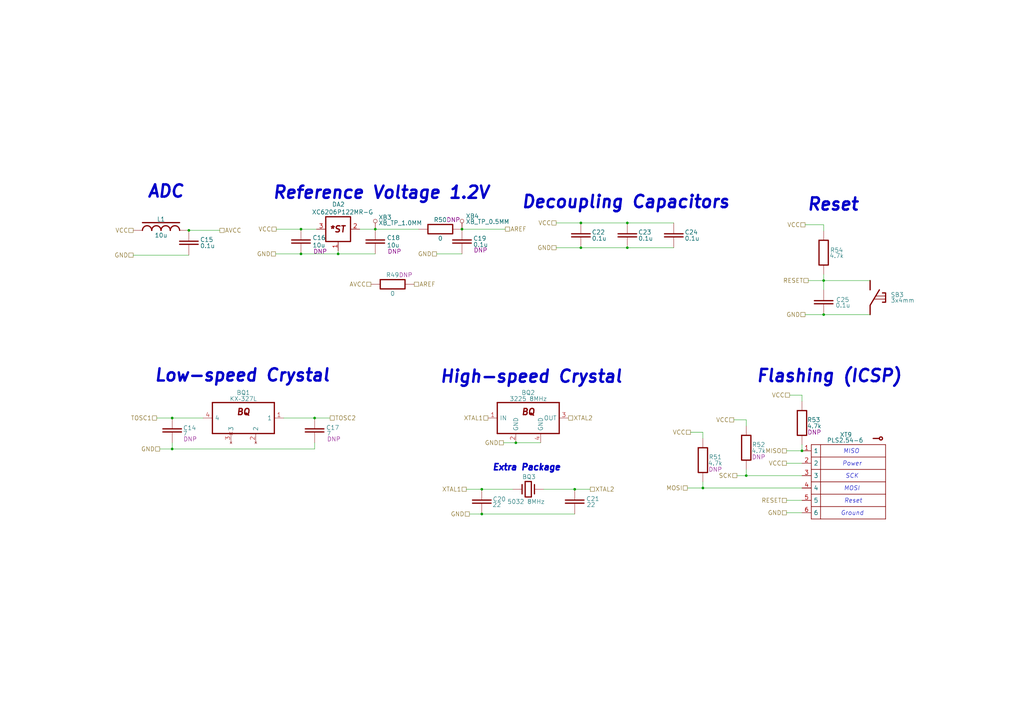
<source format=kicad_sch>
(kicad_sch (version 20211123) (generator eeschema)
  (paper "A3")
  (lib_symbols
    (symbol "Capacitors:C_CAP" (pin_names (offset 0))
      (property "Reference" "C" (at 0 6.35 0))
      (property "Value" "C_CAP" (at 0 -6.35 0))
      (symbol "C_CAP_0_1"
        (polyline (pts (xy -5.08 0) (xy -0.635 0)))
        (polyline (pts (xy -0.635 3.81) (xy -0.635 -3.81)) (stroke (width 0.508)))
        (polyline (pts (xy 0.635 0) (xy 5.08 0)))
        (polyline (pts (xy 0.635 3.81) (xy 0.635 -3.81)) (stroke (width 0.508)))
      )
      (symbol "C_CAP_1_1"
        (pin passive line (at -5.08 0 0) (length 2.54) hide (name "~") (number "1"))
        (pin passive line (at 5.08 0 180) (length 2.54) hide (name "~") (number "2"))
      )
    )
    (symbol "Chips:Crystal_4PIN" (pin_names (offset 1.016))
      (property "Reference" "BQ" (at 0 14.478 0))
      (property "Value" "Crystal_4PIN" (at 0 11.938 0))
      (symbol "Crystal_4PIN_0_1"
        (polyline (pts (xy -12.7 -2.54) (xy 12.7 -2.54)) (stroke (width 0.508)))
        (polyline (pts (xy -12.7 10.16) (xy -12.7 -2.54)) (stroke (width 0.508)))
        (polyline (pts (xy 12.7 -2.54) (xy 12.7 10.16)) (stroke (width 0.508)))
        (polyline (pts (xy 12.7 10.16) (xy -12.7 10.16)) (stroke (width 0.508)))
      )
      (symbol "Crystal_4PIN_1_1"
        (text "BQ" (at 0 6.35 0) (effects (font (size 2.54 2.54) bold italic)))
        (pin input line (at -16.51 3.81 0) (length 3.81) (name "IN") (number "1"))
        (pin power_in line (at -5.08 -6.35 90) (length 3.81) (name "GND") (number "2"))
        (pin output line (at 16.51 3.81 180) (length 3.81) (name "OUT") (number "3"))
        (pin power_in line (at 5.08 -6.35 90) (length 3.81) (name "GND") (number "4"))
      )
    )
    (symbol "Chips:KX–327L" (pin_names (offset 1.016))
      (property "Reference" "BQ" (at 0 13.97 0))
      (property "Value" "KX–327L" (at 0 11.684 0))
      (symbol "KX–327L_0_1"
        (polyline (pts (xy -12.7 -2.54) (xy 12.7 -2.54)) (stroke (width 0.508)))
        (polyline (pts (xy -12.7 10.16) (xy -12.7 -2.54)) (stroke (width 0.508)))
        (polyline (pts (xy 12.7 -2.54) (xy 12.7 10.16)) (stroke (width 0.508)))
        (polyline (pts (xy 12.7 10.16) (xy -12.7 10.16)) (stroke (width 0.508)))
      )
      (symbol "KX–327L_1_1"
        (text "BQ" (at 0 6.35 0) (effects (font (size 2.54 2.54) bold italic)))
        (pin bidirectional line (at -16.51 3.81 0) (length 3.81) (name "1") (number "1"))
        (pin no_connect line (at -5.08 -6.35 90) (length 3.81) (name "2") (number "2"))
        (pin no_connect non_logic (at 5.08 -6.35 90) (length 3.81) (name "3") (number "3"))
        (pin bidirectional line (at 16.51 3.81 180) (length 3.81) (name "4") (number "4"))
      )
    )
    (symbol "Chips:XC6206P332MR" (pin_names (offset 1.016) hide)
      (property "Reference" "DA" (at -0.254 9.398 0))
      (property "Value" "XC6206P332MR" (at 0 6.858 0))
      (symbol "XC6206P332MR_1_1"
        (rectangle (start -5.08 5.08) (end 5.08 -5.08) (stroke (width 0.508)))
        (polyline (pts (xy -8.89 0) (xy -5.08 0)))
        (polyline (pts (xy 0 -5.08) (xy 0 -8.89)))
        (polyline (pts (xy 5.08 0) (xy 8.89 0)))
        (text "*ST" (at -0.254 0 0) (effects (font (size 2.54 2.54) bold italic)))
        (pin power_in line (at 0 -8.89 90) (length 3.81) (name "GND") (number "1"))
        (pin power_out line (at 8.89 0 180) (length 3.81) (name "OUT") (number "2"))
        (pin power_in line (at -8.89 0 0) (length 3.81) (name "IN") (number "3"))
      )
    )
    (symbol "Connectors:XB_TP_0.5MM" (pin_numbers hide) (pin_names hide) (in_bom no)
      (property "Reference" "XB" (at 2.794 4.572 0))
      (property "Value" "XB_TP_0.5MM" (at 9.906 2.286 0))
      (symbol "XB_TP_0.5MM_0_1"
        (circle (center 0 3.302) (radius 0.762))
      )
      (symbol "XB_TP_0.5MM_1_1"
        (pin passive line (at 0 0 90) (length 2.54) (name "1") (number "1"))
      )
    )
    (symbol "Connectors:XB_TP_1.0MM" (pin_numbers hide) (pin_names hide) (in_bom no)
      (property "Reference" "XB" (at 2.794 4.572 0))
      (property "Value" "XB_TP_1.0MM" (at 9.906 2.286 0))
      (symbol "XB_TP_1.0MM_0_1"
        (circle (center 0 3.302) (radius 0.762))
      )
      (symbol "XB_TP_1.0MM_1_1"
        (pin passive line (at 0 0 90) (length 2.54) (name "1") (number "1"))
      )
    )
    (symbol "Connectors:XT_CONTACT_ARR6" (pin_names (offset 1.016))
      (property "Reference" "XT" (at -1.778 14.732 0))
      (property "Value" "XT_CONTACT_ARR6" (at -1.778 12.192 0))
      (symbol "XT_CONTACT_ARR6_0_1"
        (polyline (pts (xy -13.97 -10.16) (xy -13.97 -20.32)) (stroke (width 0.254)))
        (polyline (pts (xy -10.16 -10.16) (xy -10.16 -20.32)) (stroke (width 0.254)))
        (polyline (pts (xy 16.51 -20.32) (xy 16.51 -10.16)) (stroke (width 0.254)))
        (pin passive line (at -17.78 2.54 0) (length 3.81) (name "2") (number "2"))
      )
      (symbol "XT_CONTACT_ARR6_1_1"
        (polyline (pts (xy -17.78 -17.78) (xy -13.97 -17.78)))
        (polyline (pts (xy -17.78 -12.7) (xy -13.97 -12.7)))
        (polyline (pts (xy -17.78 -7.62) (xy -13.97 -7.62)))
        (polyline (pts (xy -17.78 -2.54) (xy -13.97 -2.54)))
        (polyline (pts (xy -17.78 2.54) (xy -13.97 2.54)))
        (polyline (pts (xy -17.78 7.62) (xy -13.97 7.62)))
        (polyline (pts (xy -13.97 -20.32) (xy 16.51 -20.32)) (stroke (width 0.254)))
        (polyline (pts (xy -13.97 -15.24) (xy 16.51 -15.24)) (stroke (width 0.254)))
        (polyline (pts (xy -13.97 -10.16) (xy 16.51 -10.16)) (stroke (width 0.254)))
        (polyline (pts (xy -13.97 -5.08) (xy 16.51 -5.08)) (stroke (width 0.254)))
        (polyline (pts (xy -13.97 0) (xy 16.51 0)) (stroke (width 0.254)))
        (polyline (pts (xy -13.97 5.08) (xy 16.51 5.08)) (stroke (width 0.254)))
        (polyline (pts (xy -13.97 10.16) (xy -13.97 -10.16)) (stroke (width 0.254)))
        (polyline (pts (xy -13.97 10.16) (xy 16.51 10.16)) (stroke (width 0.254)))
        (polyline (pts (xy -10.16 10.16) (xy -10.16 -10.16)) (stroke (width 0.254)))
        (polyline (pts (xy 13.97 12.7) (xy 11.43 12.7)) (stroke (width 0.508)))
        (polyline (pts (xy 16.51 10.16) (xy 16.51 -10.16)) (stroke (width 0.254)))
        (circle (center 14.605 12.7) (radius 0.635) (stroke (width 0.508)))
        (pin passive line (at -17.78 7.62 0) (length 3.81) (name "1") (number "1"))
        (pin passive line (at -17.78 -2.54 0) (length 3.81) (name "3") (number "3"))
        (pin passive line (at -17.78 -7.62 0) (length 3.81) (name "4") (number "4"))
        (pin passive line (at -17.78 -12.7 0) (length 3.81) (name "5") (number "5"))
        (pin passive line (at -17.78 -17.78 0) (length 3.81) (name "6") (number "6"))
      )
    )
    (symbol "Inductors:L_FERR" (pin_names (offset 0))
      (property "Reference" "L" (at 0 6.35 0))
      (property "Value" "L_FERR" (at 0 -3.81 0))
      (symbol "L_FERR_0_1"
        (arc (start -3.81 0) (mid -5.715 1.905) (end -7.62 0) (stroke (width 0.508)))
        (arc (start 0 0) (mid -1.905 1.905) (end -3.81 0) (stroke (width 0.508)))
        (polyline (pts (xy -11.43 0) (xy -7.62 0)))
        (polyline (pts (xy -7.62 3.175) (xy 7.62 3.175)) (stroke (width 0.508)))
        (polyline (pts (xy 7.62 0) (xy 11.43 0)))
        (arc (start 3.81 0) (mid 1.905 1.905) (end 0 0) (stroke (width 0.508)))
        (arc (start 7.62 0) (mid 5.715 1.905) (end 3.81 0) (stroke (width 0.508)))
      )
      (symbol "L_FERR_1_1"
        (pin passive line (at -11.43 0 0) (length 2.54) hide (name "~") (number "1"))
        (pin passive line (at 11.43 0 180) (length 2.54) hide (name "~") (number "2"))
      )
    )
    (symbol "Misc:BQ_QUARTZ" (pin_names (offset 0))
      (property "Reference" "BQ" (at 0 5.08 0))
      (property "Value" "BQ_QUARTZ" (at 0 -5.08 0))
      (symbol "BQ_QUARTZ_0_1"
        (rectangle (start -1.27 3.175) (end 1.27 -3.175) (stroke (width 0.508)))
        (polyline (pts (xy -6.35 0) (xy -2.54 0)))
        (polyline (pts (xy -2.54 1.905) (xy -2.54 -1.905)) (stroke (width 0.508)))
        (polyline (pts (xy 2.54 0) (xy 6.35 0)))
        (polyline (pts (xy 2.54 1.905) (xy 2.54 -1.905)) (stroke (width 0.508)))
      )
      (symbol "BQ_QUARTZ_1_1"
        (pin passive line (at -6.35 0 0) (length 2.54) hide (name "~") (number "1"))
        (pin passive line (at 6.35 0 180) (length 2.54) hide (name "~") (number "2"))
      )
    )
    (symbol "Power:POWER" (power) (pin_numbers hide) (pin_names (offset 1.905))
      (symbol "POWER_1_1"
        (pin power_out clock (at 0 0 90) (length 3.81) hide (name "POWER") (number "1"))
      )
    )
    (symbol "Resistors:R_RES" (pin_names (offset 0))
      (property "Reference" "R" (at 0 3.81 0))
      (property "Value" "R_RES" (at 0 -3.81 0))
      (property "Case/Package" "0000" (at 0 -6.35 0))
      (property "Power" "mW" (at 0 -7.874 0))
      (property "Tolerance" "±%" (at 0 -9.652 0))
      (symbol "R_RES_0_1"
        (rectangle (start -5.08 1.905) (end 5.08 -1.905) (stroke (width 0.508)))
        (polyline (pts (xy -8.89 0) (xy -5.08 0)))
        (polyline (pts (xy 5.08 0) (xy 8.89 0)))
      )
      (symbol "R_RES_1_1"
        (pin passive line (at -8.89 0 0) (length 2.54) hide (name "~") (number "1"))
        (pin passive line (at 8.89 0 180) (length 2.54) hide (name "~") (number "2"))
      )
    )
    (symbol "Switches:SB_ON" (pin_names (offset 0))
      (property "Reference" "SB" (at -2.54 2.54 0))
      (property "Value" "SB_ON" (at 0 -2.54 0))
      (symbol "SB_ON_0_1"
        (polyline (pts (xy -1.27 1.524) (xy -1.27 6.35)) (stroke (width 0.254)))
        (polyline (pts (xy 0 6.35) (xy 0 2.286)) (stroke (width 0.254)))
        (polyline (pts (xy 6.35 0) (xy 2.54 0)) (stroke (width 0.508)))
        (polyline (pts (xy -7.62 0) (xy -3.81 0) (xy 2.54 3.81)) (stroke (width 0.508)))
        (polyline (pts (xy -2.54 5.08) (xy -2.54 6.35) (xy 1.27 6.35) (xy 1.27 5.08)) (stroke (width 0.508)))
      )
      (symbol "SB_ON_1_1"
        (pin passive line (at -7.62 0 0) (length 2.54) hide (name "~") (number "1"))
        (pin passive line (at 6.35 0 180) (length 2.54) hide (name "~") (number "2"))
      )
    )
  )
  (junction (at 70.612 184.15))
  (junction (at 189.484 93.98))
  (junction (at 257.302 91.44))
  (junction (at 288.29 200.152))
  (junction (at 129.032 171.45))
  (junction (at 235.712 200.66))
  (junction (at 211.582 181.61))
  (junction (at 257.302 101.6))
  (junction (at 197.612 210.82))
  (junction (at 123.444 93.98))
  (junction (at 306.07 195.072))
  (junction (at 123.444 104.14))
  (junction (at 77.47 94.488))
  (junction (at 153.924 93.98))
  (junction (at 328.93 184.912))
  (junction (at 238.252 91.44))
  (junction (at 337.82 129.032))
  (junction (at 337.82 115.062))
  (junction (at 197.612 200.66))
  (junction (at 138.684 104.14))
  (junction (at 70.612 171.45))
  (junction (at 238.252 101.6))
  (wire (pts (xy 337.82 94.742) (xy 337.82 92.202)))
  (wire (pts (xy 281.94 200.152) (xy 288.29 200.152)))
  (wire (pts (xy 113.284 93.98) (xy 123.444 93.98)))
  (wire (pts (xy 322.58 184.912) (xy 328.93 184.912)))
  (wire (pts (xy 257.302 91.44) (xy 276.352 91.44)))
  (wire (pts (xy 228.092 101.6) (xy 238.252 101.6)))
  (wire (pts (xy 306.07 172.212) (xy 300.99 172.212)))
  (wire (pts (xy 330.2 129.032) (xy 337.82 129.032)))
  (wire (pts (xy 328.93 164.592) (xy 328.93 162.052)))
  (wire (pts (xy 322.58 205.232) (xy 328.93 205.232)))
  (wire (pts (xy 211.582 181.61) (xy 221.742 181.61)))
  (wire (pts (xy 328.93 162.052) (xy 323.85 162.052)))
  (wire (pts (xy 302.26 195.072) (xy 306.07 195.072)))
  (wire (pts (xy 70.612 171.45) (xy 83.312 171.45)))
  (wire (pts (xy 171.704 93.98) (xy 153.924 93.98)))
  (wire (pts (xy 238.252 91.44) (xy 257.302 91.44)))
  (wire (pts (xy 238.252 101.6) (xy 257.302 101.6)))
  (wire (pts (xy 179.07 104.14) (xy 189.484 104.14)))
  (wire (pts (xy 54.61 104.648) (xy 77.47 104.648)))
  (wire (pts (xy 129.032 184.15) (xy 129.032 181.61)))
  (wire (pts (xy 322.58 210.312) (xy 328.93 210.312)))
  (wire (pts (xy 228.092 91.44) (xy 238.252 91.44)))
  (wire (pts (xy 129.794 93.98) (xy 123.444 93.98)))
  (wire (pts (xy 322.58 189.992) (xy 328.93 189.992)))
  (wire (pts (xy 197.612 200.66) (xy 210.312 200.66)))
  (wire (pts (xy 206.502 181.61) (xy 211.582 181.61)))
  (wire (pts (xy 191.262 200.66) (xy 197.612 200.66)))
  (wire (pts (xy 70.612 184.15) (xy 70.612 181.61)))
  (wire (pts (xy 331.47 115.062) (xy 337.82 115.062)))
  (wire (pts (xy 337.82 92.202) (xy 330.2 92.202)))
  (wire (pts (xy 113.03 104.14) (xy 123.444 104.14)))
  (wire (pts (xy 306.07 195.072) (xy 328.93 195.072)))
  (wire (pts (xy 135.382 171.45) (xy 129.032 171.45)))
  (wire (pts (xy 242.062 200.66) (xy 235.712 200.66)))
  (wire (pts (xy 147.574 93.98) (xy 153.924 93.98)))
  (wire (pts (xy 306.07 174.752) (xy 306.07 172.212)))
  (wire (pts (xy 116.332 171.45) (xy 129.032 171.45)))
  (wire (pts (xy 356.87 115.062) (xy 337.82 115.062)))
  (wire (pts (xy 77.47 94.488) (xy 90.17 94.488)))
  (wire (pts (xy 192.532 210.82) (xy 197.612 210.82)))
  (wire (pts (xy 189.484 93.98) (xy 207.264 93.98)))
  (wire (pts (xy 337.82 115.062) (xy 337.82 118.872)))
  (wire (pts (xy 65.532 184.15) (xy 70.612 184.15)))
  (wire (pts (xy 288.29 177.292) (xy 283.21 177.292)))
  (wire (pts (xy 328.93 182.372) (xy 328.93 184.912)))
  (wire (pts (xy 306.07 192.532) (xy 306.07 195.072)))
  (wire (pts (xy 337.82 112.522) (xy 337.82 115.062)))
  (wire (pts (xy 223.012 200.66) (xy 235.712 200.66)))
  (wire (pts (xy 64.262 171.45) (xy 70.612 171.45)))
  (wire (pts (xy 337.82 129.032) (xy 356.87 129.032)))
  (wire (pts (xy 288.29 179.832) (xy 288.29 177.292)))
  (wire (pts (xy 138.684 104.14) (xy 153.924 104.14)))
  (wire (pts (xy 70.612 184.15) (xy 129.032 184.15)))
  (wire (pts (xy 288.29 200.152) (xy 328.93 200.152)))
  (wire (pts (xy 123.444 104.14) (xy 138.684 104.14)))
  (wire (pts (xy 288.29 197.612) (xy 288.29 200.152)))
  (wire (pts (xy 138.684 102.87) (xy 138.684 104.14)))
  (wire (pts (xy 257.302 101.6) (xy 276.352 101.6)))
  (wire (pts (xy 197.612 210.82) (xy 235.712 210.82)))
  (text "Flashing (ICSP)" (at 309.88 157.226 0) (effects (font (size 5.0038 5.0038) (thickness 1.0008) bold italic) (justify left bottom)))
  (text "Decoupling Capacitors" (at 213.614 85.852 0) (effects (font (size 5 5) (thickness 1.0008) bold italic) (justify left bottom)))
  (text "Reset" (at 330.708 86.868 0) (effects (font (size 5 5) (thickness 1.0008) bold italic) (justify left bottom)))
  (text "Ground" (at 344.805 211.582 0) (effects (font (size 1.778 1.778) italic) (justify left bottom)))
  (text "MISO" (at 345.821 186.182 0) (effects (font (size 1.778 1.778) italic) (justify left bottom)))
  (text "Low-speed Crystal" (at 62.992 156.972 0) (effects (font (size 5 5) (thickness 1.0008) bold italic) (justify left bottom)))
  (text "Reset" (at 346.202 206.502 0) (effects (font (size 1.778 1.778) italic) (justify left bottom)))
  (text "MOSI" (at 346.075 201.422 0) (effects (font (size 1.778 1.778) italic) (justify left bottom)))
  (text "ADC" (at 60.198 81.534 0) (effects (font (size 5 5) (thickness 1.0008) bold italic) (justify left bottom)))
  (text "Reference Voltage 1.2V" (at 111.506 82.042 0) (effects (font (size 5 5) (thickness 1.0008) bold italic) (justify left bottom)))
  (text "Power" (at 345.44 191.262 0) (effects (font (size 1.778 1.778) italic) (justify left bottom)))
  (text "High-speed Crystal" (at 180.086 157.48 0) (effects (font (size 5 5) (thickness 1.0008) bold italic) (justify left bottom)))
  (text "SCK" (at 346.71 196.342 0) (effects (font (size 1.778 1.778) italic) (justify left bottom)))
  (text "Extra Package" (at 201.8029 193.2939 0) (effects (font (size 2.55 2.55) (thickness 1.0008) bold italic) (justify left bottom)))
  (hierarchical_label "XTAL2" (shape passive) (at 242.062 200.66 0) (effects (font (size 1.778 1.778))))
  (hierarchical_label "RESET" (shape passive) (at 331.47 115.062 180) (effects (font (size 1.778 1.778))))
  (hierarchical_label "GND" (shape passive) (at 192.532 210.82 180) (effects (font (size 1.778 1.778))))
  (hierarchical_label "VCC" (shape passive) (at 283.21 177.292 180) (effects (font (size 1.778 1.778))))
  (hierarchical_label "VCC" (shape passive) (at 54.61 94.488 180) (effects (font (size 1.778 1.778))))
  (hierarchical_label "TOSC1" (shape passive) (at 64.262 171.45 180) (effects (font (size 1.778 1.778))))
  (hierarchical_label "SCK" (shape passive) (at 302.26 195.072 180) (effects (font (size 1.778 1.778))))
  (hierarchical_label "GND" (shape passive) (at 54.61 104.648 180) (effects (font (size 1.778 1.778))))
  (hierarchical_label "VCC" (shape passive) (at 322.58 189.992 180) (effects (font (size 1.778 1.778))))
  (hierarchical_label "XTAL2" (shape passive) (at 233.172 171.45 0) (effects (font (size 1.778 1.778))))
  (hierarchical_label "MOSI" (shape passive) (at 281.94 200.152 180) (effects (font (size 1.778 1.778))))
  (hierarchical_label "RESET" (shape passive) (at 322.58 205.232 180) (effects (font (size 1.778 1.778))))
  (hierarchical_label "VCC" (shape passive) (at 323.85 162.052 180) (effects (font (size 1.778 1.778))))
  (hierarchical_label "AREF" (shape passive) (at 207.264 93.98 0) (effects (font (size 1.778 1.778))))
  (hierarchical_label "VCC" (shape passive) (at 300.99 172.212 180) (effects (font (size 1.778 1.778))))
  (hierarchical_label "GND" (shape passive) (at 179.07 104.14 180) (effects (font (size 1.778 1.778))))
  (hierarchical_label "GND" (shape passive) (at 228.092 101.6 180) (effects (font (size 1.778 1.778))))
  (hierarchical_label "GND" (shape passive) (at 206.502 181.61 180) (effects (font (size 1.778 1.778))))
  (hierarchical_label "GND" (shape passive) (at 330.2 129.032 180) (effects (font (size 1.778 1.778))))
  (hierarchical_label "GND" (shape passive) (at 113.03 104.14 180) (effects (font (size 1.778 1.778))))
  (hierarchical_label "AREF" (shape passive) (at 169.926 116.586 0) (effects (font (size 1.778 1.778))))
  (hierarchical_label "XTAL1" (shape passive) (at 191.262 200.66 180) (effects (font (size 1.778 1.778))))
  (hierarchical_label "MISO" (shape passive) (at 322.58 184.912 180) (effects (font (size 1.778 1.778))))
  (hierarchical_label "TOSC2" (shape passive) (at 135.382 171.45 0) (effects (font (size 1.778 1.778))))
  (hierarchical_label "AVCC" (shape passive) (at 90.17 94.488 0) (effects (font (size 1.778 1.778))))
  (hierarchical_label "VCC" (shape passive) (at 330.2 92.202 180) (effects (font (size 1.778 1.778))))
  (hierarchical_label "VCC" (shape passive) (at 228.092 91.44 180) (effects (font (size 1.778 1.778))))
  (hierarchical_label "VCC" (shape passive) (at 113.284 93.98 180) (effects (font (size 1.778 1.778))))
  (hierarchical_label "XTAL1" (shape passive) (at 200.152 171.45 180) (effects (font (size 1.778 1.778))))
  (hierarchical_label "GND" (shape passive) (at 322.58 210.312 180) (effects (font (size 1.778 1.778))))
  (hierarchical_label "AVCC" (shape passive) (at 152.146 116.586 180) (effects (font (size 1.778 1.778))))
  (hierarchical_label "GND" (shape passive) (at 65.532 184.15 180) (effects (font (size 1.778 1.778))))
  (symbol (lib_id "Capacitors:C_CAP") (at 238.252 96.52 270) (unit 1)
    (property "Reference" "C22" (at 242.697 95.25 90) (effects (font (size 1.778 1.778)) (justify left)))
    (property "Value" "0.1u" (at 242.697 97.79 90) (effects (font (size 1.778 1.778)) (justify left)))
    (property "Footprint" "Capacitor_SMD:C_0603_1608Metric" (effects hide))
  )
  (symbol (lib_id "Capacitors:C_CAP") (at 70.612 176.53 270) (unit 1)
    (property "Reference" "C14" (at 75.057 175.514 90) (effects (font (size 1.778 1.778)) (justify left)))
    (property "Value" "7" (at 74.93 177.8 90) (effects (font (size 1.778 1.778)) (justify left)))
    (property "Footprint" "Capacitor_SMD:C_0603_1608Metric" (effects hide))
    (property "Assembly" "DNP" (at 77.978 180.086 90) (effects (font (size 1.778 1.778))))
  )
  (symbol (lib_id "Resistors:R_RES") (at 337.82 103.632 270) (unit 1)
    (property "Reference" "R54" (at 343.154 102.616 90) (effects (font (size 1.778 1.778))))
    (property "Value" "4.7k" (at 343.154 104.902 90) (effects (font (size 1.778 1.778))))
    (property "Footprint" "Resistor_SMD:R_0603_1608Metric" (effects hide))
    (property "Case/Package" "0000" (effects hide))
    (property "Power" "mW" (effects hide))
    (property "Tolerance" "±%" (effects hide))
  )
  (symbol (lib_id "Capacitors:C_CAP") (at 276.352 96.52 270) (mirror x) (unit 1)
    (property "Reference" "C24" (at 280.797 95.25 90) (effects (font (size 1.778 1.778)) (justify left)))
    (property "Value" "0.1u" (at 280.797 97.79 90) (effects (font (size 1.778 1.778)) (justify left)))
    (property "Footprint" "Capacitor_SMD:C_0603_1608Metric" (effects hide))
  )
  (symbol (lib_id "Connectors:XB_TP_1.0MM") (at 153.924 93.98 0) (unit 1) (in_bom no)
    (property "Reference" "XB3" (at 155.194 89.154 0) (effects (font (size 1.778 1.778)) (justify left)))
    (property "Value" "XB_TP_1.0MM" (at 155.194 91.44 0) (effects (font (size 1.778 1.778)) (justify left)))
    (property "Footprint" "TestPoint:TestPoint_Pad_D1.0mm" (effects hide))
  )
  (symbol (lib_id "Switches:SB_ON") (at 356.87 121.412 270) (mirror x) (unit 1)
    (property "Reference" "SB3" (at 365.252 120.904 90) (effects (font (size 1.778 1.778)) (justify left)))
    (property "Value" "3x4mm" (at 365.252 123.19 90) (effects (font (size 1.778 1.778)) (justify left)))
    (property "Footprint" "Button_Switch_SMD:SW_SPST_B3U-1000P" (effects hide))
  )
  (symbol (lib_id "Capacitors:C_CAP") (at 235.712 205.74 270) (unit 1)
    (property "Reference" "C21" (at 240.411 204.597 90) (effects (font (size 1.778 1.778)) (justify left)))
    (property "Value" "22" (at 240.538 207.01 90) (effects (font (size 1.778 1.778)) (justify left)))
    (property "Footprint" "Capacitor_SMD:C_0603_1608Metric" (effects hide))
  )
  (symbol (lib_id "Misc:BQ_QUARTZ") (at 216.662 200.66 0) (unit 1)
    (property "Reference" "BQ3" (at 214.122 195.58 0) (effects (font (size 1.778 1.778)) (justify left)))
    (property "Value" "5032 8MHz" (at 208.026 205.74 0) (effects (font (size 1.778 1.778)) (justify left)))
    (property "Footprint" "Crystal:Crystal_SMD_5032-2Pin_5.0x3.2mm" (effects hide))
  )
  (symbol (lib_id "Resistors:R_RES") (at 306.07 183.642 270) (unit 1)
    (property "Reference" "R52" (at 311.15 182.372 90) (effects (font (size 1.778 1.778))))
    (property "Value" "4.7k" (at 311.15 184.912 90) (effects (font (size 1.778 1.778))))
    (property "Footprint" "Resistor_SMD:R_0603_1608Metric" (effects hide))
    (property "Assembly" "DNP" (at 311.15 187.452 90) (effects (font (size 1.778 1.778))))
    (property "Case/Package" "0000" (effects hide))
    (property "Power" "mW" (effects hide))
    (property "Tolerance" "±%" (effects hide))
  )
  (symbol (lib_id "Capacitors:C_CAP") (at 77.47 99.568 270) (mirror x) (unit 1)
    (property "Reference" "C15" (at 82.042 98.298 90) (effects (font (size 1.778 1.778)) (justify left)))
    (property "Value" "0.1u" (at 82.042 100.838 90) (effects (font (size 1.778 1.778)) (justify left)))
    (property "Footprint" "Capacitor_SMD:C_0603_1608Metric" (effects hide))
  )
  (symbol (lib_id "Resistors:R_RES") (at 328.93 173.482 270) (unit 1)
    (property "Reference" "R53" (at 333.756 172.212 90) (effects (font (size 1.778 1.778))))
    (property "Value" "4.7k" (at 334.01 174.752 90) (effects (font (size 1.778 1.778))))
    (property "Footprint" "Resistor_SMD:R_0603_1608Metric" (effects hide))
    (property "Assembly" "DNP" (at 334.01 177.292 90) (effects (font (size 1.778 1.778))))
    (property "Case/Package" "0000" (effects hide))
    (property "Power" "mW" (effects hide))
    (property "Tolerance" "±%" (effects hide))
  )
  (symbol (lib_id "Chips:XC6206P332MR") (at 138.684 93.98 0) (unit 1)
    (property "Reference" "DA2" (at 136.144 83.82 0) (effects (font (size 1.778 1.778)) (justify left)))
    (property "Value" "XC6206P122MR-G" (at 127.889 86.995 0) (effects (font (size 1.778 1.778)) (justify left)))
    (property "Footprint" "Package_TO_SOT_SMD:SOT-23" (effects hide))
  )
  (symbol (lib_id "Resistors:R_RES") (at 288.29 188.722 270) (unit 1)
    (property "Reference" "R51" (at 293.37 187.452 90) (effects (font (size 1.778 1.778))))
    (property "Value" "4.7k" (at 293.37 189.992 90) (effects (font (size 1.778 1.778))))
    (property "Footprint" "Resistor_SMD:R_0603_1608Metric" (effects hide))
    (property "Assembly" "DNP" (at 293.37 192.532 90) (effects (font (size 1.778 1.778))))
    (property "Case/Package" "0000" (effects hide))
    (property "Power" "mW" (effects hide))
    (property "Tolerance" "±%" (effects hide))
  )
  (symbol (lib_id "Capacitors:C_CAP") (at 123.444 99.06 270) (unit 1)
    (property "Reference" "C16" (at 128.143 97.5106 90) (effects (font (size 1.778 1.778)) (justify left)))
    (property "Value" "10u" (at 128.143 100.584 90) (effects (font (size 1.778 1.778)) (justify left)))
    (property "Footprint" "Capacitor_SMD:C_0603_1608Metric" (effects hide))
    (property "Assembly" "DNP" (at 131.318 103.124 90) (effects (font (size 1.778 1.778))))
  )
  (symbol (lib_id "Capacitors:C_CAP") (at 153.924 99.06 270) (unit 1)
    (property "Reference" "C18" (at 158.623 97.5106 90) (effects (font (size 1.778 1.778)) (justify left)))
    (property "Value" "10u" (at 158.623 100.584 90) (effects (font (size 1.778 1.778)) (justify left)))
    (property "Footprint" "Capacitor_SMD:C_0603_1608Metric" (effects hide))
    (property "Assembly" "DNP" (at 161.798 103.124 90) (effects (font (size 1.778 1.778))))
  )
  (symbol (lib_id "Power:POWER") (at 77.47 94.488 0) (unit 1)
    (property "Reference" "#PWR032" (effects hide))
    (property "Value" "POWER" (effects hide))
  )
  (symbol (lib_id "Inductors:L_FERR") (at 66.04 94.488 0) (unit 1)
    (property "Reference" "L1" (at 66.04 89.916 0) (effects (font (size 1.778 1.778))))
    (property "Value" "10u" (at 66.04 96.52 0) (effects (font (size 1.778 1.778))))
    (property "Footprint" "Inductor_SMD:L_0805_2012Metric" (effects hide))
  )
  (symbol (lib_id "Capacitors:C_CAP") (at 257.302 96.52 270) (unit 1)
    (property "Reference" "C23" (at 261.747 95.25 90) (effects (font (size 1.778 1.778)) (justify left)))
    (property "Value" "0.1u" (at 261.747 97.79 90) (effects (font (size 1.778 1.778)) (justify left)))
    (property "Footprint" "Capacitor_SMD:C_0603_1608Metric" (effects hide))
  )
  (symbol (lib_id "Resistors:R_RES") (at 161.036 116.586 0) (unit 1)
    (property "Reference" "R49" (at 161.036 112.776 0) (effects (font (size 1.778 1.778))))
    (property "Value" "0" (at 161.036 120.396 0) (effects (font (size 1.778 1.778))))
    (property "Footprint" "Resistor_SMD:R_0603_1608Metric" (effects hide))
    (property "Assembly" "DNP" (at 166.37 112.776 0) (effects (font (size 1.778 1.778))))
    (property "Case/Package" "0000" (effects hide))
    (property "Power" "mW" (effects hide))
    (property "Tolerance" "±%" (effects hide))
  )
  (symbol (lib_id "Connectors:XT_CONTACT_ARR6") (at 346.71 192.532 0) (unit 1)
    (property "Reference" "XT9" (at 344.424 178.308 0) (effects (font (size 1.778 1.778)) (justify left)))
    (property "Value" "PLS2.54-6" (at 339.09 180.594 0) (effects (font (size 1.778 1.778)) (justify left)))
    (property "Footprint" "Connector_PinHeader_2.54mm:PinHeader_1x06_P2.54mm_Horizontal" (effects hide))
  )
  (symbol (lib_id "Connectors:XB_TP_0.5MM") (at 189.484 93.98 0) (unit 1) (in_bom no)
    (property "Reference" "XB4" (at 191.008 88.646 0) (effects (font (size 1.778 1.778)) (justify left)))
    (property "Value" "XB_TP_0.5MM" (at 191.008 90.932 0) (effects (font (size 1.778 1.778)) (justify left)))
    (property "Footprint" "TestPoint:TestPoint_Pad_D0.5mm" (effects hide))
  )
  (symbol (lib_id "Capacitors:C_CAP") (at 337.82 123.952 270) (unit 1)
    (property "Reference" "C25" (at 342.9 122.936 90) (effects (font (size 1.778 1.778)) (justify left)))
    (property "Value" "0.1u" (at 342.646 125.222 90) (effects (font (size 1.778 1.778)) (justify left)))
    (property "Footprint" "Capacitor_SMD:C_0603_1608Metric" (effects hide))
  )
  (symbol (lib_id "Chips:Crystal_4PIN") (at 216.662 175.26 0) (unit 1)
    (property "Reference" "BQ2" (at 216.662 161.036 0) (effects (font (size 1.778 1.778))))
    (property "Value" "3225 8MHz" (at 216.662 163.576 0) (effects (font (size 1.778 1.778))))
    (property "Footprint" "Crystal:Crystal_SMD_3225-4Pin_3.2x2.5mm" (effects hide))
  )
  (symbol (lib_id "Capacitors:C_CAP") (at 197.612 205.74 270) (unit 1)
    (property "Reference" "C20" (at 202.057 204.724 90) (effects (font (size 1.778 1.778)) (justify left)))
    (property "Value" "22" (at 201.93 207.01 90) (effects (font (size 1.778 1.778)) (justify left)))
    (property "Footprint" "Capacitor_SMD:C_0603_1608Metric" (effects hide))
  )
  (symbol (lib_id "Capacitors:C_CAP") (at 189.484 99.06 270) (mirror x) (unit 1)
    (property "Reference" "C19" (at 194.056 97.79 90) (effects (font (size 1.778 1.778)) (justify left)))
    (property "Value" "0.1u" (at 194.056 100.33 90) (effects (font (size 1.778 1.778)) (justify left)))
    (property "Footprint" "Capacitor_SMD:C_0603_1608Metric" (effects hide))
    (property "Assembly" "DNP" (at 197.104 102.616 90) (effects (font (size 1.778 1.778))))
  )
  (symbol (lib_id "Capacitors:C_CAP") (at 129.032 176.53 270) (unit 1)
    (property "Reference" "C17" (at 133.731 175.387 90) (effects (font (size 1.778 1.778)) (justify left)))
    (property "Value" "7" (at 133.858 177.8 90) (effects (font (size 1.778 1.778)) (justify left)))
    (property "Footprint" "Capacitor_SMD:C_0603_1608Metric" (effects hide))
    (property "Assembly" "DNP" (at 136.906 180.086 90) (effects (font (size 1.778 1.778))))
  )
  (symbol (lib_id "Chips:KX–327L") (at 99.822 175.26 0) (mirror y) (unit 1)
    (property "Reference" "BQ1" (at 99.822 161.036 0) (effects (font (size 1.778 1.778))))
    (property "Value" "KX–327L" (at 99.822 163.576 0) (effects (font (size 1.778 1.778))))
    (property "Footprint" "Crystal:Crystal_SMD_SeikoEpson_MC146-4Pin_6.7x1.5mm" (effects hide))
  )
  (symbol (lib_id "Resistors:R_RES") (at 180.594 93.98 0) (unit 1)
    (property "Reference" "R50" (at 180.594 90.17 0) (effects (font (size 1.778 1.778))))
    (property "Value" "0" (at 180.594 97.79 0) (effects (font (size 1.778 1.778))))
    (property "Footprint" "Resistor_SMD:R_0603_1608Metric" (effects hide))
    (property "Assembly" "DNP" (at 185.928 90.17 0) (effects (font (size 1.778 1.778))))
    (property "Case/Package" "0000" (effects hide))
    (property "Power" "mW" (effects hide))
    (property "Tolerance" "±%" (effects hide))
  )
)
</source>
